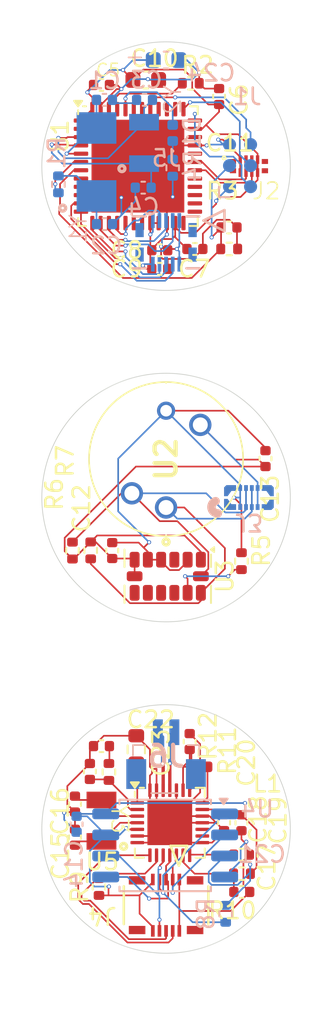
<source format=kicad_pcb>
(kicad_pcb (version 20241229) (generator "pcbnew") (generator_version "9.0")
  (layers (0 "F.Cu" signal) (2 "B.Cu" signal) (13 "F.Paste" user) (15 "B.Paste" user) (5 "F.SilkS" user "F.Silkscreen") (7 "B.SilkS" user "B.Silkscreen") (1 "F.Mask" user) (3 "B.Mask" user) (25 "Edge.Cuts" user))
  (net 0 "")
  (net 1 "Net-(U1-PF0)")
  (net 2 "GND")
  (net 3 "Net-(C2-Pad2)")
  (net 4 "Net-(U1-PC14)")
  (net 5 "Net-(U1-PC15)")
  (net 6 "+3.3V")
  (net 7 "/Processor/NRST")
  (net 8 "Net-(U5-XTAL_C2)")
  (net 9 "Net-(U5-XTAL_C1)")
  (net 10 "Net-(U5-RSTN)")
  (net 11 "Net-(U5-AVDD_1V)")
  (net 12 "Net-(U5-DVDD_1V8)")
  (net 13 "Net-(C22-Pad1)")
  (net 14 "Net-(U5-PLL_TUNE)")
  (net 15 "/Processor/LED_OUT")
  (net 16 "Net-(D1-K)")
  (net 17 "/Processor/SWO")
  (net 18 "/Processor/SWDIO")
  (net 19 "/Processor/SWCLK")
  (net 20 "Net-(U5-REG_OUT)")
  (net 21 "Net-(U1-PF1)")
  (net 22 "/Processor/BOOT0")
  (net 23 "Net-(U3-SDO{slash}ADDR)")
  (net 24 "Net-(U5-BIAS)")
  (net 43 "/MCU_I2C_SCL")
  (net 52 "/RF Transceiver/RFP")
  (net 55 "/RF Transceiver/RFN")
  (net 56 "/MCU_I2C_SDA")
  (net 57 "I2C_GND")
  (net 58 "I2C_VDD")
  (net 59 "/SEN_I2C_SDA")
  (net 60 "/SEN_I2C_SCL")
  (net 61 "/MCU_SPI_MOSI")
  (net 62 "/MCU_MEM_CS")
  (net 63 "/MCU_SPI_MISO")
  (net 64 "/MCU_RF_IRQ")
  (net 65 "/MCU_RF_CS")
  (net 66 "/MCU_SPI_SCK")
  (net 67 "SPI_GND")
  (net 68 "SPI_VDD")
  (net 69 "/SPI_MOSI")
  (net 70 "/MEM_CS")
  (net 71 "/SPI_MISO")
  (net 72 "/RF_IRQ")
  (net 73 "/RF_CS")
  (net 74 "/SPI_SCK")
  (footprint "Capacitor_SMD:C_0402_1005Metric" (layer "F.Cu") (at 104.55 114.625 -90)
    (property "Reference" "C19")
    (property "Value" "1u")
  )
  (footprint "Capacitor_SMD:C_0402_1005Metric" (layer "F.Cu") (at 103.5 114.62 -90)
    (property "Reference" "C18")
    (property "Value" "1u")
  )
  (footprint "Capacitor_SMD:C_0402_1005Metric" (layer "F.Cu") (at 106 92.65 90)
    (property "Reference" "C13")
    (property "Value" "100n")
  )
  (footprint "Resistor_SMD:R_0402_1005Metric" (layer "F.Cu") (at 104.58 117.7 180)
    (property "Reference" "R10")
    (property "Value" "390k")
  )
  (footprint "Capacitor_SMD:C_0402_1005Metric" (layer "F.Cu") (at 96.1 70.1)
    (property "Reference" "C5")
    (property "Value" "100n")
  )
  (footprint "Capacitor_SMD:C_0402_1005Metric" (layer "F.Cu") (at 99.62 81.2)
    (property "Reference" "C9")
    (property "Value" "1u")
  )
  (footprint "kjp_fplib:MLX90640" (layer "F.Cu") (at 100 95.6 90)
    (property "Reference" "U2")
    (property "Value" "MLX90640" (hide yes))
  )
  (footprint "Capacitor_SMD:C_0402_1005Metric" (layer "F.Cu") (at 101.425 109.725 90)
    (property "Reference" "C20")
    (property "Value" "1u")
  )
  (footprint "Resistor_SMD:R_0402_1005Metric" (layer "F.Cu") (at 104.55 98.84 -90)
    (property "Reference" "R5")
    (property "Value" "10k")
  )
  (footprint "Capacitor_SMD:C_0402_1005Metric" (layer "F.Cu") (at 104.57 118.8)
    (property "Reference" "C17")
    (property "Value" "100n")
  )
  (footprint "Capacitor_SMD:C_0402_1005Metric" (layer "F.Cu") (at 95.4 111.53 90)
    (property "Reference" "C23")
    (property "Value" "68p")
  )
  (footprint "kjp_fplib:CON_513389873" (layer "F.Cu") (at 100 119.6 180)
    (property "Reference" "J4")
    (property "Value" "513389873")
  )
  (footprint "Capacitor_SMD:C_0402_1005Metric" (layer "F.Cu") (at 96.75 98.2 90)
    (property "Reference" "C12")
    (property "Value" "100n")
  )
  (footprint "Capacitor_SMD:C_0603_1608Metric" (layer "F.Cu") (at 98.775 69.8)
    (property "Reference" "C10")
    (property "Value" "10u")
  )
  (footprint "Capacitor_SMD:C_0402_1005Metric" (layer "F.Cu") (at 96.1 110 180)
    (property "Reference" "C22")
    (property "Value" "680p")
  )
  (footprint "Package_DFN_QFN:QFN-28-1EP_4x4mm_P0.4mm_EP2.7x2.7mm" (layer "F.Cu") (at 100.225 114.625)
    (property "Reference" "U5")
    (property "Value" "SR1010")
  )
  (footprint "Capacitor_SMD:C_0402_1005Metric" (layer "F.Cu") (at 99.62 80.075)
    (property "Reference" "C8")
    (property "Value" "100n")
  )
  (footprint "Capacitor_SMD:C_0402_1005Metric" (layer "F.Cu") (at 104.55 116.55)
    (property "Reference" "C21")
    (property "Value" "100n")
  )
  (footprint "Capacitor_SMD:C_0402_1005Metric" (layer "F.Cu") (at 103.8 78.7)
    (property "Reference" "C11")
    (property "Value" "100n")
  )
  (footprint "Capacitor_SMD:C_0402_1005Metric" (layer "F.Cu") (at 94.5 115.5 90)
    (property "Reference" "C15")
    (property "Value" "10p")
  )
  (footprint "Resistor_SMD:R_0603_1608Metric" (layer "F.Cu") (at 98.2 110.2 90)
    (property "Reference" "R11")
    (property "Value" "2M2")
  )
  (footprint "Resistor_SMD:R_0402_1005Metric" (layer "F.Cu") (at 95.45 98.19 -90)
    (property "Reference" "R7")
    (property "Value" "10k")
  )
  (footprint "Capacitor_SMD:C_0402_1005Metric" (layer "F.Cu") (at 103.2 70.8 90)
    (property "Reference" "C6")
    (property "Value" "100n")
  )
  (footprint "Capacitor_SMD:C_0402_1005Metric" (layer "F.Cu") (at 101.74 80)
    (property "Reference" "C7")
    (property "Value" "100n")
  )
  (footprint "Resistor_SMD:R_0402_1005Metric" (layer "F.Cu") (at 94.35 98.2 90)
    (property "Reference" "R6")
    (property "Value" "10k")
  )
  (footprint "Resistor_SMD:R_0402_1005Metric" (layer "F.Cu") (at 95.95 118.5 90)
    (property "Reference" "R9")
    (property "Value" "10k")
  )
  (footprint "Resistor_SMD:R_0402_1005Metric" (layer "F.Cu") (at 103.81 80)
    (property "Reference" "R3")
    (property "Value" "0R")
  )
  (footprint "kjp_fplib:AXF6K0412A" (layer "F.Cu") (at 105 75)
    (property "Reference" "J2")
    (property "Value" "AXF6K0412A")
  )
  (footprint "Resistor_SMD:R_0402_1005Metric" (layer "F.Cu") (at 96.55 111.56 90)
    (property "Reference" "R12")
    (property "Value" "390k")
  )
  (footprint "Package_DFN_QFN:QFN-48-1EP_7x7mm_P0.5mm_EP5.6x5.6mm" (layer "F.Cu") (at 98.3 75)
    (property "Reference" "U1")
    (property "Value" "STM32G473CCUx")
  )
  (footprint "Capacitor_SMD:C_0402_1005Metric" (layer "F.Cu") (at 94.5 113.5 -90)
    (property "Reference" "C16")
    (property "Value" "10p")
  )
  (footprint "kjp_fplib:ABS07-120-32.768KHZ-T" (layer "F.Cu") (at 96.1 114.5 -90)
    (property "Reference" "Y3")
    (property "Value" "ABS07")
  )
  (footprint "Package_LGA:LGA-14_3x5mm_P0.8mm_LayoutBorder1x6y" (layer "F.Cu") (at 100.1 99.75 -90)
    (property "Reference" "U3")
    (property "Value" "ADXL343")
  )
  (footprint "Resistor_SMD:R_0402_1005Metric" (layer "F.Cu") (at 101.49 70)
    (property "Reference" "R2")
    (property "Value" "10k")
  )
  (footprint "Inductor_SMD:L_0402_1005Metric" (layer "F.Cu") (at 102.015 111.25)
    (property "Reference" "L1")
    (property "Value" "180n")
  )
  (footprint "kjp_fplib:ABM3-48.000MHZ-B2-T" (layer "B.Cu") (at 95.8 74.75 -90)
    (property "Reference" "Y1")
    (property "Value" "ABM3")
  )
  (footprint "kjp_fplib:CON_559099872" (layer "B.Cu") (at 100 79.6 180)
    (property "Reference" "J5")
    (property "Value" "559099872")
  )
  (footprint "Connector:Tag-Connect_TC2030-IDC-NL_2x03_P1.27mm_Vertical" (layer "B.Cu") (at 104.465 74.97 90)
    (property "Reference" "J1")
    (property "Value" "TC2030-NL")
  )
  (footprint "kjp_fplib:BM02BSRSSTBLFSN" (layer "B.Cu") (at 100 111 180)
    (property "Reference" "J6")
    (property "Value" "Conn_01x02_Pin" (hide yes))
  )
  (footprint "Resistor_SMD:R_0402_1005Metric" (layer "B.Cu") (at 100.4 75.1 -90)
    (property "Reference" "R4")
    (property "Value" "390R")
  )
  (footprint "Capacitor_SMD:C_0402_1005Metric" (layer "B.Cu") (at 96.28 78.5 180)
    (property "Reference" "C2")
    (property "Value" "16p")
  )
  (footprint "Resistor_SMD:R_0402_1005Metric" (layer "B.Cu") (at 103.5975 120.12 -90)
    (property "Reference" "R8")
    (property "Value" "10k")
  )
  (footprint "Capacitor_SMD:C_0603_1608Metric" (layer "B.Cu") (at 100 68.6)
    (property "Reference" "C24")
    (property "Value" "10u")
  )
  (footprint "Capacitor_SMD:C_0402_1005Metric" (layer "B.Cu") (at 98.62 76.3)
    (property "Reference" "C4")
    (property "Value" "2p")
  )
  (footprint "LED_SMD:LED_0402_1005Metric" (layer "B.Cu") (at 100.4 73 90)
    (property "Reference" "D1")
    (property "Value" "LED")
  )
  (footprint "Resistor_SMD:R_0402_1005Metric" (layer "B.Cu") (at 93.5 76.1 -90)
    (property "Reference" "R1")
    (property "Value" "390R")
  )
  (footprint "Capacitor_SMD:C_0402_1005Metric" (layer "B.Cu") (at 94.5975 114.715 -90)
    (property "Reference" "C14")
    (property "Value" "100n")
  )
  (footprint "Package_SO:SOIC-8_5.3x5.3mm_P1.27mm" (layer "B.Cu") (at 99.9475 115.995 180)
    (property "Reference" "U4")
    (property "Value" "W25Q16JVSS")
  )
  (footprint "kjp_fplib:AXF5K0412A" (layer "B.Cu") (at 105 95)
    (property "Reference" "J3")
    (property "Value" "AXF5K0412A")
  )
  (footprint "Capacitor_SMD:C_0402_1005Metric" (layer "B.Cu") (at 96.28 71 180)
    (property "Reference" "C1")
    (property "Value" "16p")
  )
  (footprint "Capacitor_SMD:C_0402_1005Metric" (layer "B.Cu") (at 98.7 71)
    (property "Reference" "C3")
    (property "Value" "2p")
  )
  (footprint "kjp_fplib:ABS07-120-32.768KHZ-T" (layer "B.Cu") (at 98.671772 73.6 -90)
    (property "Reference" "Y2")
    (property "Value" "ABS07")
  )
  (gr_circle (center 100 115) (end 107.5 115) (stroke (width 0.05)) (fill no) (layer "Edge.Cuts"))
  (gr_circle (center 100 95) (end 107.5 95) (stroke (width 0.05)) (fill no) (layer "Edge.Cuts"))
  (gr_circle (center 100 75) (end 107.5 75) (stroke (width 0.05)) (fill no) (layer "Edge.Cuts"))
  (gr_text "+" (at 98.8 68.95 0) (layer "B.SilkS") (effects (font (size 1 1) (thickness 0.1)) (justify left bottom mirror)))
  (segment (start 94.8625 74.25) (end 94 74.25) (width 0.1) (layer "F.Cu") (net 1))
  (via (at 94 74.25) (size 0.25) (drill 0.15) (layers "F.Cu" "B.Cu") (net 1))
  (segment (start 94 74.25) (end 95.55 72.7) (width 0.1) (layer "B.Cu") (net 1))
  (segment (start 95.55 72.7) (end 95.8 72.7) (width 0.1) (layer "B.Cu") (net 1))
  (segment (start 95.8 72.7) (end 95.8 71) (width 0.1) (layer "B.Cu") (net 1))
  (segment (start 104.28 78.7) (end 104.28 79.4) (width 0.1) (layer "F.Cu") (net 2))
  (segment (start 100.175 80) (end 100.65 80) (width 0.1) (layer "F.Cu") (net 2))
  (segment (start 99.85 80) (end 100.025 80) (width 0.1) (layer "F.Cu") (net 2))
  (segment (start 99.7 79.85) (end 99.75 79.9) (width 0.1) (layer "F.Cu") (net 2))
  (segment (start 96.05 72.75) (end 98.3 75) (width 0.1) (layer "F.Cu") (net 2))
  (segment (start 96.05 71.5625) (end 96.05 72.75) (width 0.1) (layer "F.Cu") (net 2))
  (segment (start 103.055584 78.239) (end 103.819 78.239) (width 0.1) (layer "F.Cu") (net 2))
  (segment (start 102.32 70.32) (end 102 70) (width 0.1) (layer "F.Cu") (net 2))
  (segment (start 99.55 73.75) (end 98.3 75) (width 0.1) (layer "F.Cu") (net 2))
  (segment (start 99.7 79.85) (end 99.85 80) (width 0.1) (layer "F.Cu") (net 2))
  (segment (start 97.05 70.1) (end 97.3 70.35) (width 0.1) (layer "F.Cu") (net 2))
  (segment (start 104.28 79.4) (end 104.28 79.96) (width 0.1) (layer "F.Cu") (net 2))
  (segment (start 103.425 73.4) (end 104.475 74.45) (width 0.1) (layer "F.Cu") (net 2))
  (segment (start 103.2 70.32) (end 102.32 70.32) (width 0.1) (layer "F.Cu") (net 2))
  (segment (start 102 70) (end 102 69.35) (width 0.1) (layer "F.Cu") (net 2))
  (segment (start 100.05 76.75) (end 98.3 75) (width 0.1) (layer "F.Cu") (net 2))
  (segment (start 100.1 80.6) (end 101.62 80.6) (width 0.1) (layer "F.Cu") (net 2))
  (segment (start 99.55 69.8) (end 98.95 69.8) (width 0.1) (layer "F.Cu") (net 2))
  (segment (start 100.05 78.4375) (end 100.05 76.75) (width 0.1) (layer "F.Cu") (net 2))
  (segment (start 99.7 79.85) (end 99.7 80.5) (width 0.1) (layer "F.Cu") (net 2))
  (segment (start 100.025 80) (end 100.1 80.075) (width 0.1) (layer "F.Cu") (net 2))
  (segment (start 103.819 78.239) (end 104.28 78.7) (width 0.1) (layer "F.Cu") (net 2))
  (segment (start 104.475 74.45) (end 104.475 74.61) (width 0.1) (layer "F.Cu") (net 2))
  (segment (start 102.45 73.75) (end 101.7375 73.75) (width 0.1) (layer "F.Cu") (net 2))
  (segment (start 104.475 75.39) (end 104.475 74.61) (width 0.1) (layer "F.Cu") (net 2))
  (segment (start 101.62 80.6) (end 102.22 80) (width 0.1) (layer "F.Cu") (net 2))
  (segment (start 97.021334 70.35) (end 96.05 71.321334) (width 0.1) (layer "F.Cu") (net 2))
  (segment (start 100.1 80.075) (end 100.175 80) (width 0.1) (layer "F.Cu") (net 2))
  (segment (start 98.95 69.8) (end 98.9 69.75) (width 0.1) (layer "F.Cu") (net 2))
  (segment (start 99.7 80.5) (end 99.8 80.6) (width 0.1) (layer "F.Cu") (net 2))
  (segment (start 102.22 80) (end 102.22 79.074584) (width 0.1) (layer "F.Cu") (net 2))
  (segment (start 101.7375 73.75) (end 99.55 73.75) (width 0.1) (layer "F.Cu") (net 2))
  (segment (start 100.05 79.125) (end 100.05 78.4375) (width 0.1) (layer "F.Cu") (net 2))
  (segment (start 102.22 79.074584) (end 103.055584 78.239) (width 0.1) (layer "F.Cu") (net 2))
  (segment (start 97.3 70.35) (end 97.021334 70.35) (width 0.1) (layer "F.Cu") (net 2))
  (segment (start 96.05 71.321334) (end 96.05 71.5625) (width 0.1) (layer "F.Cu") (net 2))
  (segment (start 100.1 81.2) (end 100.1 80.6) (width 0.1) (layer "F.Cu") (net 2))
  (segment (start 96.58 70.1) (end 97.05 70.1) (width 0.1) (layer "F.Cu") (net 2))
  (segment (start 99.8 80.6) (end 100.1 80.6) (width 0.1) (layer "F.Cu") (net 2))
  (segment (start 103.15 73.4) (end 103.425 73.4) (width 0.1) (layer "F.Cu") (net 2))
  (segment (start 104.28 79.96) (end 104.32 80) (width 0.1) (layer "F.Cu") (net 2))
  (via (at 100.4 76.85) (size 0.25) (drill 0.15) (layers "F.Cu" "B.Cu") (net 2))
  (via (at 99.7 79.85) (size 0.25) (drill 0.15) (layers "F.Cu" "B.Cu") (net 2))
  (via (at 100.65 80) (size 0.25) (drill 0.15) (layers "F.Cu" "B.Cu") (net 2))
  (via (at 97.3 70.35) (size 0.25) (drill 0.15) (layers "F.Cu" "B.Cu") (net 2))
  (via (at 103.15 73.4) (size 0.25) (drill 0.15) (layers "F.Cu" "B.Cu") (net 2))
  (via (at 100.05 79.125) (size 0.25) (drill 0.15) (layers "F.Cu" "B.Cu") (net 2))
  (via (at 102 69.35) (size 0.25) (drill 0.15) (layers "F.Cu" "B.Cu") (net 2))
  (via (at 98.9 69.75) (size 0.25) (drill 0.15) (layers "F.Cu" "B.Cu") (net 2))
  (via (at 102.45 73.75) (size 0.25) (drill 0.15) (layers "F.Cu" "B.Cu") (net 2))
  (via (at 97.3 76.9) (size 0.25) (drill 0.15) (layers "F.Cu" "B.Cu") (net 2))
  (segment (start 100.05 79.125) (end 99.75 79.425) (width 0.1) (layer "B.Cu") (net 2))
  (segment (start 102.45 73.75) (end 102.5 73.7) (width 0.1) (layer "B.Cu") (net 2))
  (segment (start 101.25 68.6) (end 102 69.35) (width 0.1) (layer "B.Cu") (net 2))
  (segment (start 100.800001 80.150001) (end 100.65 80) (width 0.1) (layer "B.Cu") (net 2))
  (segment (start 103.83 73.7) (end 103.45 73.7) (width 0.1) (layer "B.Cu") (net 2))
  (segment (start 98.14 76.3) (end 98.14 77.12) (width 0.1) (layer "B.Cu") (net 2))
  (segment (start 96.96 71.2) (end 96.76 71) (width 0.1) (layer "B.Cu") (net 2))
  (segment (start 97.3 77.96) (end 97.3 76.9) (width 0.1) (layer "B.Cu") (net 2))
  (segment (start 102 69.35) (end 101.575 69.775) (width 0.1) (layer "B.Cu") (net 2))
  (segment (start 99.75 79.8) (end 99.7 79.85) (width 0.1) (layer "B.Cu") (net 2))
  (segment (start 98.925 69.775) (end 98.9 69.75) (width 0.1) (layer "B.Cu") (net 2))
  (segment (start 96.76 78.5) (end 97.3 77.96) (width 0.1) (layer "B.Cu") (net 2))
  (segment (start 98.22 71) (end 98.02 71.2) (width 0.1) (layer "B.Cu") (net 2))
  (segment (start 98.02 71.2) (end 96.96 71.2) (width 0.1) (layer "B.Cu") (net 2))
  (segment (start 100.775 68.6) (end 101.25 68.6) (width 0.1) (layer "B.Cu") (net 2))
  (segment (start 101.575 69.775) (end 98.925 69.775) (width 0.1) (layer "B.Cu") (net 2))
  (segment (start 99.75 79.425) (end 99.75 79.8) (width 0.1) (layer "B.Cu") (net 2))
  (segment (start 97.9 69.75) (end 98.9 69.75) (width 0.1) (layer "B.Cu") (net 2))
  (segment (start 103.45 73.7) (end 103.15 73.4) (width 0.1) (layer "B.Cu") (net 2))
  (segment (start 98.14 77.12) (end 96.76 78.5) (width 0.1) (layer "B.Cu") (net 2))
  (segment (start 102.5 73.7) (end 103.83 73.7) (width 0.1) (layer "B.Cu") (net 2))
  (segment (start 100.4 76.85) (end 100.4 75.61) (width 0.1) (layer "B.Cu") (net 2))
  (segment (start 100.800001 78.285001) (end 100.800001 79.849999) (width 0.1) (layer "B.Cu") (net 2))
  (segment (start 97.3 70.35) (end 97.9 69.75) (width 0.1) (layer "B.Cu") (net 2))
  (segment (start 96.76 70.89) (end 97.3 70.35) (width 0.1) (layer "B.Cu") (net 2))
  (segment (start 100.800001 79.849999) (end 100.65 80) (width 0.1) (layer "B.Cu") (net 2))
  (segment (start 96.76 71) (end 96.76 70.89) (width 0.1) (layer "B.Cu") (net 2))
  (segment (start 100.800001 80.914999) (end 100.800001 80.150001) (width 0.1) (layer "B.Cu") (net 2))
  (segment (start 94.59 75.59) (end 95.8 76.8) (width 0.1) (layer "B.Cu") (net 3))
  (segment (start 93.5 75.59) (end 94.59 75.59) (width 0.1) (layer "B.Cu") (net 3))
  (segment (start 95.8 76.8) (end 95.8 78.5) (width 0.1) (layer "B.Cu") (net 3))
  (segment (start 94.05 73.25) (end 94.8625 73.25) (width 0.1) (layer "F.Cu") (net 4))
  (segment (start 94 73.3) (end 94.05 73.25) (width 0.1) (layer "F.Cu") (net 4))
  (segment (start 93.5 73.3) (end 94 73.3) (width 0.1) (layer "F.Cu") (net 4))
  (via (at 93.5 73.3) (size 0.25) (drill 0.15) (layers "F.Cu" "B.Cu") (net 4))
  (segment (start 93.885677 74.526) (end 96.495772 74.526) (width 0.1) (layer "B.Cu") (net 4))
  (segment (start 98.671772 72.35) (end 98.671772 71.508228) (width 0.1) (layer "B.Cu") (net 4))
  (segment (start 93.5 73.3) (end 93.5 74.140323) (width 0.1) (layer "B.Cu") (net 4))
  (segment (start 93.5 74.140323) (end 93.885677 74.526) (width 0.1) (layer "B.Cu") (net 4))
  (segment (start 96.495772 74.526) (end 98.671772 72.35) (width 0.1) (layer "B.Cu") (net 4))
  (segment (start 98.671772 71.508228) (end 99.18 71) (width 0.1) (layer "B.Cu") (net 4))
  (segment (start 93.1 73.7) (end 94 73.7) (width 0.1) (layer "F.Cu") (net 5))
  (segment (start 94 73.7) (end 94.05 73.75) (width 0.1) (layer "F.Cu") (net 5))
  (segment (start 94.05 73.75) (end 94.8625 73.75) (width 0.1) (layer "F.Cu") (net 5))
  (via (at 93.1 73.7) (size 0.25) (drill 0.15) (layers "F.Cu" "B.Cu") (net 5))
  (segment (start 93.1 74.2) (end 93.75 74.85) (width 0.1) (layer "B.Cu") (net 5))
  (segment (start 99.1 75.278228) (end 98.671772 74.85) (width 0.1) (layer "B.Cu") (net 5))
  (segment (start 93.1 73.7) (end 93.1 74.2) (width 0.1) (layer "B.Cu") (net 5))
  (segment (start 99.1 76.3) (end 99.1 75.278228) (width 0.1) (layer "B.Cu") (net 5))
  (segment (start 93.75 74.85) (end 98.671772 74.85) (width 0.1) (layer "B.Cu") (net 5))
  (segment (start 105.525 75.834256) (end 104.495556 76.8637) (width 0.1) (layer "F.Cu") (net 6))
  (segment (start 99.25 79.89) (end 99.14 80) (width 0.1) (layer "F.Cu") (net 6))
  (segment (start 103.025 77.1) (end 103.025 77.275) (width 0.1) (layer "F.Cu") (net 6))
  (segment (start 105.525 74.25) (end 104.3513 73.0763) (width 0.1) (layer "F.Cu") (net 6))
  (segment (start 104.3513 73.0763) (end 102.9763 73.0763) (width 0.1) (layer "F.Cu") (net 6))
  (segment (start 101.579 69.692792) (end 101.579 70.307208) (width 0.1) (layer "F.Cu") (net 6))
  (segment (start 98.626 69.174) (end 101.060208 69.174) (width 0.1) (layer "F.Cu") (net 6))
  (segment (start 98.8 81.2) (end 98.6 81) (width 0.1) (layer "F.Cu") (net 6))
  (segment (start 103.2 71.724999) (end 103.2 71.28) (width 0.1) (layer "F.Cu") (net 6))
  (segment (start 100.55 79.2) (end 100.35 79.4) (width 0.1) (layer "F.Cu") (net 6))
  (segment (start 105.525 74.61) (end 105.525 74.25) (width 0.1) (layer "F.Cu") (net 6))
  (segment (start 99.175 79.965) (end 99.14 80) (width 0.1) (layer "F.Cu") (net 6))
  (segment (start 95.55 70.85) (end 95.25 70.55) (width 0.1) (layer "F.Cu") (net 6))
  (segment (start 103.025 77.275) (end 102.75 77.55) (width 0.1) (layer "F.Cu") (net 6))
  (segment (start 94.8625 72.25) (end 95.55 71.5625) (width 0.1) (layer "F.Cu") (net 6))
  (segment (start 102.551792 71.28) (end 103.2 71.28) (width 0.1) (layer "F.Cu") (net 6))
  (segment (start 102.412499 72.512499) (end 103.2 71.724999) (width 0.1) (layer "F.Cu") (net 6))
  (segment (start 105.525 75.39) (end 105.525 75.834256) (width 0.1) (layer "F.Cu") (net 6))
  (segment (start 101.774 79.026) (end 100.897334 79.026) (width 0.1) (layer "F.Cu") (net 6))
  (segment (start 102.75 77.55) (end 102.75 78.05) (width 0.1) (layer "F.Cu") (net 6))
  (segment (start 100.897334 79.026) (end 100.55 78.678666) (width 0.1) (layer "F.Cu") (net 6))
  (segment (start 99.185 79.965) (end 99.175 79.965) (width 0.1) (layer "F.Cu") (net 6))
  (segment (start 100.55 79.29) (end 101.26 80) (width 0.1) (layer "F.Cu") (net 6))
  (segment (start 99.05 78.4375) (end 99.05 79.125) (width 0.1) (layer "F.Cu") (net 6))
  (segment (start 101.7375 72.75) (end 102.174999 72.75) (width 0.1) (layer "F.Cu") (net 6))
  (segment (start 99.05 79.125) (end 99.05 81.11) (width 0.1) (layer "F.Cu") (net 6))
  (segment (start 95.55 71.5625) (end 95.55 70.85) (width 0.1) (layer "F.Cu") (net 6))
  (segment (start 99.55 78.4375) (end 99.05 78.4375) (width 0.1) (layer "F.Cu") (net 6))
  (segment (start 99.05 81.11) (end 99.14 81.2) (width 0.1) (layer "F.Cu") (net 6))
  (segment (start 95.25 70.47) (end 95.25 70.55) (width 0.1) (layer "F.Cu") (net 6))
  (segment (start 102.174999 72.75) (end 102.412499 72.512499) (width 0.1) (layer "F.Cu") (net 6))
  (segment (start 103.025 77.1) (end 103 77.1) (width 0.1) (layer "F.Cu") (net 6))
  (segment (start 99.14 81.2) (end 98.8 81.2) (width 0.1) (layer "F.Cu") (net 6))
  (segment (start 101.579 70.307208) (end 102.551792 71.28) (width 0.1) (layer "F.Cu") (net 6))
  (segment (start 99.75 79.4) (end 99.185 79.965) (width 0.1) (layer "F.Cu") (net 6))
  (segment (start 100.55 78.4375) (end 100.55 79.2) (width 0.1) (layer "F.Cu") (net 6))
  (segment (start 102.75 78.05) (end 101.774 79.026) (width 0.1) (layer "F.Cu") (net 6))
  (segment (start 102.9763 73.0763) (end 102.412499 72.512499) (width 0.1) (layer "F.Cu") (net 6))
  (segment (start 98 69.8) (end 98.626 69.174) (width 0.1) (layer "F.Cu") (net 6))
  (segment (start 101.060208 69.174) (end 101.579 69.692792) (width 0.1) (layer "F.Cu") (net 6))
  (segment (start 100.35 79.4) (end 99.75 79.4) (width 0.1) (layer "F.Cu") (net 6))
  (segment (start 105.525 74.61) (end 105.525 75.39) (width 0.1) (layer "F.Cu") (net 6))
  (segment (start 100.55 79.2) (end 100.55 79.29) (width 0.1) (layer "F.Cu") (net 6))
  (segment (start 95.62 70.1) (end 95.25 70.47) (width 0.1) (layer "F.Cu") (net 6))
  (segment (start 104.495556 76.8637) (end 103.2613 76.8637) (width 0.1) (layer "F.Cu") (net 6))
  (segment (start 103.2613 76.8637) (end 103.025 77.1) (width 0.1) (layer "F.Cu") (net 6))
  (segment (start 100.55 78.678666) (end 100.55 78.4375) (width 0.1) (layer "F.Cu") (net 6))
  (segment (start 98 69.8) (end 97.4 69.2) (width 0.1) (layer "F.Cu") (net 6))
  (segment (start 99.14 80) (end 99.14 80.075) (width 0.1) (layer "F.Cu") (net 6))
  (via (at 97.4 69.2) (size 0.25) (drill 0.15) (layers "F.Cu" "B.Cu") (net 6))
  (via (at 98.6 81) (size 0.25) (drill 0.15) (layers "F.Cu" "B.Cu") (net 6))
  (via (at 95.25 70.55) (size 0.25) (drill 0.15) (layers "F.Cu" "B.Cu") (net 6))
  (via (at 103.025 77.1) (size 0.25) (drill 0.15) (layers "F.Cu" "B.Cu") (net 6))
  (via (at 99.05 79.125) (size 0.25) (drill 0.15) (layers "F.Cu" "B.Cu") (net 6))
  (segment (start 99.225 68.6) (end 98 68.6) (width 0.1) (layer "B.Cu") (net 6))
  (segment (start 99.199999 78.285001) (end 99.199999 78.975001) (width 0.1) (layer "B.Cu") (net 6))
  (segment (start 99.199999 78.975001) (end 99.05 79.125) (width 0.1) (layer "B.Cu") (net 6))
  (segment (start 99.199999 80.914999) (end 98.685001 80.914999) (width 0.1) (layer "B.Cu") (net 6))
  (segment (start 95.25 70.55) (end 96.6 69.2) (width 0.1) (layer "B.Cu") (net 6))
  (segment (start 103.1 77.025) (end 103.1 76.97) (width 0.1) (layer "B.Cu") (net 6))
  (segment (start 98 68.6) (end 97.4 69.2) (width 0.1) (layer "B.Cu") (net 6))
  (segment (start 103.025 77.1) (end 103.1 77.025) (width 0.1) (layer "B.Cu") (net 6))
  (segment (start 96.6 69.2) (end 97.4 69.2) (width 0.1) (layer "B.Cu") (net 6))
  (segment (start 98.685001 80.914999) (end 98.6 81) (width 0.1) (layer "B.Cu") (net 6))
  (segment (start 103.1 76.97) (end 103.83 76.24) (width 0.1) (layer "B.Cu") (net 6))
  (segment (start 97.4 81.75) (end 101.55 81.75) (width 0.1) (layer "F.Cu") (net 7))
  (segment (start 93.6 76.075001) (end 94.425001 75.25) (width 0.1) (layer "F.Cu") (net 7))
  (segment (start 103.32 78.7) (end 103.32 79.98) (width 0.1) (layer "F.Cu") (net 7))
  (segment (start 103.32 79.98) (end 103.3 80) (width 0.1) (layer "F.Cu") (net 7))
  (segment (start 93.575 77.425) (end 93.6 77.4) (width 0.1) (layer "F.Cu") (net 7))
  (segment (start 93.55 77.45) (end 93.55 77.9) (width 0.1) (layer "F.Cu") (net 7))
  (segment (start 93.6 77.4) (end 93.6 76.075001) (width 0.1) (layer "F.Cu") (net 7))
  (segment (start 93.575 77.425) (end 93.55 77.45) (width 0.1) (layer "F.Cu") (net 7))
  (segment (start 93.55 77.9) (end 97.4 81.75) (width 0.1) (layer "F.Cu") (net 7))
  (segment (start 94.425001 75.25) (end 94.8625 75.25) (width 0.1) (layer "F.Cu") (net 7))
  (segment (start 103.32 78.73) (end 103.32 78.7) (width 0.1) (layer "F.Cu") (net 7))
  (segment (start 101.55 81.75) (end 103.3 80) (width 0.1) (layer "F.Cu") (net 7))
  (segment (start 102.75 79.3) (end 103.32 78.73) (width 0.1) (layer "F.Cu") (net 7))
  (via (at 102.75 79.3) (size 0.25) (drill 0.15) (layers "F.Cu" "B.Cu") (net 7))
  (segment (start 102.75 76.05) (end 103.83 74.97) (width 0.1) (layer "B.Cu") (net 7))
  (segment (start 102.75 79.3) (end 102.75 76.05) (width 0.1) (layer "B.Cu") (net 7))
  (segment (start 97.225 114.625) (end 96.1 115.75) (width 0.1) (layer "F.Cu") (net 8))
  (segment (start 94.73 115.75) (end 94.5 115.98) (width 0.1) (layer "F.Cu") (net 8))
  (segment (start 96.1 115.75) (end 94.73 115.75) (width 0.1) (layer "F.Cu") (net 8))
  (segment (start 98.2625 114.625) (end 97.225 114.625) (width 0.1) (layer "F.Cu") (net 8))
  (segment (start 97.075 114.225) (end 96.1 113.25) (width 0.1) (layer "F.Cu") (net 9))
  (segment (start 94.73 113.25) (end 94.5 113.02) (width 0.1) (layer "F.Cu") (net 9))
  (segment (start 96.1 113.25) (end 94.73 113.25) (width 0.1) (layer "F.Cu") (net 9))
  (segment (start 98.2625 114.225) (end 97.075 114.225) (width 0.1) (layer "F.Cu") (net 9))
  (segment (start 101.025 117) (end 101.725 117.7) (width 0.1) (layer "F.Cu") (net 10))
  (segment (start 104.07 117.77) (end 104.09 117.79) (width 0.1) (layer "F.Cu") (net 10))
  (segment (start 101.725 117.7) (end 104.07 117.7) (width 0.1) (layer "F.Cu") (net 10))
  (segment (start 104.07 117.7) (end 104.07 117.77) (width 0.1) (layer "F.Cu") (net 10))
  (segment (start 101.025 116.5875) (end 101.025 117) (width 0.1) (layer "F.Cu") (net 10))
  (segment (start 104.09 117.79) (end 104.09 118.8) (width 0.1) (layer "F.Cu") (net 10))
  (segment (start 101.53 111.25) (end 101.53 112.5575) (width 0.1) (layer "F.Cu") (net 11))
  (segment (start 101.53 110.31) (end 101.425 110.205) (width 0.1) (layer "F.Cu") (net 11))
  (segment (start 101.53 111.25) (end 101.025 111.25) (width 0.1) (layer "F.Cu") (net 11))
  (segment (start 101.025 111.25) (end 101.025 112.6625) (width 0.1) (layer "F.Cu") (net 11))
  (segment (start 101.425 110.85) (end 101.425 110.205) (width 0.1) (layer "F.Cu") (net 11))
  (segment (start 101.53 112.5575) (end 101.425 112.6625) (width 0.1) (layer "F.Cu") (net 11))
  (segment (start 101.025 111.25) (end 101.425 110.85) (width 0.1) (layer "F.Cu") (net 11))
  (segment (start 101.53 111.25) (end 101.53 110.31) (width 0.1) (layer "F.Cu") (net 11))
  (segment (start 101.4625 116.55) (end 101.425 116.5875) (width 0.1) (layer "F.Cu") (net 12))
  (segment (start 104.07 116.55) (end 101.4625 116.55) (width 0.1) (layer "F.Cu") (net 12))
  (segment (start 96.58 110) (end 96.58 111.02) (width 0.1) (layer "F.Cu") (net 13))
  (segment (start 96.58 111.02) (end 96.55 111.05) (width 0.1) (layer "F.Cu") (net 13))
  (segment (start 96.55 112.07) (end 97.699 113.219) (width 0.1) (layer "F.Cu") (net 14))
  (segment (start 96.49 112.01) (end 96.55 112.07) (width 0.1) (layer "F.Cu") (net 14))
  (segment (start 95.4 112.01) (end 96.49 112.01) (width 0.1) (layer "F.Cu") (net 14))
  (segment (start 97.699 113.674) (end 97.85 113.825) (width 0.1) (layer "F.Cu") (net 14))
  (segment (start 97.85 113.825) (end 98.2625 113.825) (width 0.1) (layer "F.Cu") (net 14))
  (segment (start 97.699 113.219) (end 97.699 113.674) (width 0.1) (layer "F.Cu") (net 14))
  (segment (start 97.55 71.5625) (end 97.55 70.925) (width 0.1) (layer "F.Cu") (net 15))
  (via (at 97.55 70.925) (size 0.25) (drill 0.15) (layers "F.Cu" "B.Cu") (net 15))
  (segment (start 99.444416 70.539) (end 100.4 71.494584) (width 0.1) (layer "B.Cu") (net 15))
  (segment (start 97.55 70.8) (end 97.811 70.539) (width 0.1) (layer "B.Cu") (net 15))
  (segment (start 100.4 71.494584) (end 100.4 72.515) (width 0.1) (layer "B.Cu") (net 15))
  (segment (start 97.811 70.539) (end 99.444416 70.539) (width 0.1) (layer "B.Cu") (net 15))
  (segment (start 97.55 70.925) (end 97.55 70.8) (width 0.1) (layer "B.Cu") (net 15))
  (segment (start 100.4 73.485) (end 100.4 74.59) (width 0.1) (layer "B.Cu") (net 16))
  (segment (start 99.05 71.125001) (end 99.325001 70.85) (width 0.1) (layer "F.Cu") (net 17))
  (segment (start 99.325001 70.85) (end 100.55 70.85) (width 0.1) (layer "F.Cu") (net 17))
  (segment (start 99.05 71.5625) (end 99.05 71.125001) (width 0.1) (layer "F.Cu") (net 17))
  (via (at 100.55 70.85) (size 0.25) (drill 0.15) (layers "F.Cu" "B.Cu") (net 17))
  (segment (start 103.5 70.85) (end 100.55 70.85) (width 0.1) (layer "B.Cu") (net 17))
  (segment (start 105.1 73.7) (end 105.1 72.963006) (width 0.1) (layer "B.Cu") (net 17))
  (segment (start 104.8347 72.697706) (end 104.8347 72.1847) (width 0.1) (layer "B.Cu") (net 17))
  (segment (start 104.8347 72.1847) (end 103.5 70.85) (width 0.1) (layer "B.Cu") (net 17))
  (segment (start 105.1 72.963006) (end 104.8347 72.697706) (width 0.1) (layer "B.Cu") (net 17))
  (segment (start 101.7375 72.25) (end 101.7375 71.85) (width 0.1) (layer "F.Cu") (net 18))
  (via (at 101.7375 71.85) (size 0.25) (drill 0.15) (layers "F.Cu" "B.Cu") (net 18))
  (segment (start 104.055623 74.4253) (end 104.5553 74.924977) (width 0.1) (layer "B.Cu") (net 18))
  (segment (start 104.5553 75.6953) (end 105.1 76.24) (width 0.1) (layer "B.Cu") (net 18))
  (segment (start 101.7375 71.85) (end 101.7375 73.5375) (width 0.1) (layer "B.Cu") (net 18))
  (segment (start 104.5553 74.924977) (end 104.5553 75.6953) (width 0.1) (layer "B.Cu") (net 18))
  (segment (start 101.7375 73.5375) (end 102.6253 74.4253) (width 0.1) (layer "B.Cu") (net 18))
  (segment (start 102.6253 74.4253) (end 104.055623 74.4253) (width 0.1) (layer "B.Cu") (net 18))
  (segment (start 101.05 71.5625) (end 101.05 71.55) (width 0.1) (layer "F.Cu") (net 19))
  (segment (start 101.05 71.55) (end 101.45 71.15) (width 0.1) (layer "F.Cu") (net 19))
  (via (at 101.45 71.15) (size 0.25) (drill 0.15) (layers "F.Cu" "B.Cu") (net 19))
  (segment (start 103.3 71.15) (end 101.45 71.15) (width 0.1) (layer "B.Cu") (net 19))
  (segment (start 105.1 74.97) (end 104.45 74.32) (width 0.1) (layer "B.Cu") (net 19))
  (segment (start 104.45 74.32) (end 104.45 72.3) (width 0.1) (layer "B.Cu") (net 19))
  (segment (start 104.45 72.3) (end 103.3 71.15) (width 0.1) (layer "B.Cu") (net 19))
  (segment (start 102.5 111.25) (end 102.5 113.1125) (width 0.1) (layer "F.Cu") (net 20))
  (segment (start 102.5 113.1125) (end 102.1875 113.425) (width 0.1) (layer "F.Cu") (net 20))
  (segment (start 93.3125 76.085) (end 93.3125 75.862501) (width 0.1) (layer "F.Cu") (net 21))
  (segment (start 93.3125 75.862501) (end 94.425001 74.75) (width 0.1) (layer "F.Cu") (net 21))
  (segment (start 94.425001 74.75) (end 94.8625 74.75) (width 0.1) (layer "F.Cu") (net 21))
  (via (at 93.3125 76.085) (size 0.25) (drill 0.15) (layers "F.Cu" "B.Cu") (net 21))
  (segment (start 93.3125 76.085) (end 93.3125 76.4225) (width 0.1) (layer "B.Cu") (net 21))
  (segment (start 93.3125 76.4225) (end 93.5 76.61) (width 0.1) (layer "B.Cu") (net 21))
  (segment (start 100.354 70.626) (end 100.98 70) (width 0.1) (layer "F.Cu") (net 22))
  (segment (start 96.55 71.261677) (end 97.185677 70.626) (width 0.1) (layer "F.Cu") (net 22))
  (segment (start 97.185677 70.626) (end 100.354 70.626) (width 0.1) (layer "F.Cu") (net 22))
  (segment (start 96.55 71.5625) (end 96.55 71.261677) (width 0.1) (layer "F.Cu") (net 22))
  (segment (start 101.3 100.75) (end 101.3 99.9) (width 0.1) (layer "F.Cu") (net 23))
  (segment (start 104.55 99.35) (end 104.15 99.35) (width 0.1) (layer "F.Cu") (net 23))
  (segment (start 101.3 99.9) (end 101.15 99.75) (width 0.1) (layer "F.Cu") (net 23))
  (segment (start 104.15 99.35) (end 103.75 99.75) (width 0.1) (layer "F.Cu") (net 23))
  (via (at 103.75 99.75) (size 0.25) (drill 0.15) (layers "F.Cu" "B.Cu") (net 23))
  (via (at 101.15 99.75) (size 0.25) (drill 0.15) (layers "F.Cu" "B.Cu") (net 23))
  (segment (start 103.75 99.75) (end 101.15 99.75) (width 0.1) (layer "B.Cu") (net 23))
  (segment (start 98.2625 111.0875) (end 98.2 111.025) (width 0.1) (layer "F.Cu") (net 24))
  (segment (start 98.2625 113.425) (end 98.2625 111.0875) (width 0.1) (layer "F.Cu") (net 24))
  (segment (start 104.775 75.8) (end 103.224999 75.8) (width 0.1) (layer "F.Cu") (net 43))
  (segment (start 102.174999 74.75) (end 101.7375 74.75) (width 0.1) (layer "F.Cu") (net 43))
  (segment (start 104.825 75.75) (end 104.775 75.8) (width 0.1) (layer "F.Cu") (net 43))
  (segment (start 104.825 75.39) (end 104.825 75.75) (width 0.1) (layer "F.Cu") (net 43))
  (segment (start 104.825 74.61) (end 104.825 75.39) (width 0.1) (layer "F.Cu") (net 43))
  (segment (start 103.224999 75.8) (end 102.174999 74.75) (width 0.1) (layer "F.Cu") (net 43))
  (segment (start 99.79 111.06) (end 99.825 111.095) (width 0.2) (layer "F.Cu") (net 52))
  (segment (start 99.825 111.095) (end 99.825 112.6625) (width 0.2) (layer "F.Cu") (net 52))
  (via (at 99.79 111.06) (size 0.25) (drill 0.15) (layers "F.Cu" "B.Cu") (net 52))
  (segment (start 99.79 109.453) (end 99.5 109.163) (width 0.2) (layer "B.Cu") (net 52))
  (segment (start 99.79 111.06) (end 99.79 109.453) (width 0.2) (layer "B.Cu") (net 52))
  (segment (start 100.225 111.045) (end 100.225 112.6625) (width 0.2) (layer "F.Cu") (net 55))
  (segment (start 100.23 111.04) (end 100.225 111.045) (width 0.2) (layer "F.Cu") (net 55))
  (via (at 100.23 111.04) (size 0.25) (drill 0.15) (layers "F.Cu" "B.Cu") (net 55))
  (segment (start 100.23 111.04) (end 100.23 109.433) (width 0.2) (layer "B.Cu") (net 55))
  (segment (start 100.23 109.433) (end 100.5 109.163) (width 0.2) (layer "B.Cu") (net 55))
  (segment (start 105.175 75.9) (end 105.175 75.39) (width 0.1) (layer "F.Cu") (net 56))
  (segment (start 103.141743 76.001) (end 105.074 76.001) (width 0.1) (layer "F.Cu") (net 56))
  (segment (start 101.7375 75.25) (end 102.390743 75.25) (width 0.1) (layer "F.Cu") (net 56))
  (segment (start 105.074 76.001) (end 105.175 75.9) (width 0.1) (layer "F.Cu") (net 56))
  (segment (start 102.390743 75.25) (end 103.141743 76.001) (width 0.1) (layer "F.Cu") (net 56))
  (segment (start 105.175 75.39) (end 105.175 74.61) (width 0.1) (layer "F.Cu") (net 56))
  (segment (start 106 92.17) (end 106 92) (width 0.1) (layer "F.Cu") (net 57))
  (segment (start 106 92) (end 103.76 89.76) (width 0.1) (layer "F.Cu") (net 57))
  (segment (start 100.778836 99.376) (end 100.221164 99.376) (width 0.1) (layer "F.Cu") (net 57))
  (segment (start 96.75 97.72) (end 98.344999 97.72) (width 0.1) (layer "F.Cu") (net 57))
  (segment (start 100.221164 99.376) (end 99.7 98.854836) (width 0.1) (layer "F.Cu") (net 57))
  (segment (start 98.9 98.275001) (end 98.9 98.75) (width 0.1) (layer "F.Cu") (net 57))
  (segment (start 98.649999 98.025001) (end 98.9 98.275001) (width 0.1) (layer "F.Cu") (net 57))
  (segment (start 104.55 98.33) (end 104.55 95.45) (width 0.1) (layer "F.Cu") (net 57))
  (segment (start 103.76 89.76) (end 100 89.76) (width 0.1) (layer "F.Cu") (net 57))
  (segment (start 98.344999 97.72) (end 98.649999 98.025001) (width 0.1) (layer "F.Cu") (net 57))
  (segment (start 101.3 98.75) (end 101.3 98.854836) (width 0.1) (layer "F.Cu") (net 57))
  (segment (start 101.3 98.854836) (end 100.778836 99.376) (width 0.1) (layer "F.Cu") (net 57))
  (segment (start 104.55 95.45) (end 104.1 95) (width 0.1) (layer "F.Cu") (net 57))
  (segment (start 98.975 97.7) (end 98.649999 98.025001) (width 0.1) (layer "F.Cu") (net 57))
  (segment (start 99.7 98.75) (end 98.9 98.75) (width 0.1) (layer "F.Cu") (net 57))
  (segment (start 99.7 98.854836) (end 99.7 98.75) (width 0.1) (layer "F.Cu") (net 57))
  (via (at 104.1 95) (size 0.25) (drill 0.15) (layers "F.Cu" "B.Cu") (net 57))
  (via (at 98.975 97.7) (size 0.25) (drill 0.15) (layers "F.Cu" "B.Cu") (net 57))
  (segment (start 104.475 95) (end 104.475 95.575) (width 0.1) (layer "B.Cu") (net 57))
  (segment (start 100 89.76) (end 104.475 94.235) (width 0.1) (layer "B.Cu") (net 57))
  (segment (start 97.109 95.834) (end 98.975 97.7) (width 0.1) (layer "B.Cu") (net 57))
  (segment (start 100 89.76) (end 97.109 92.651) (width 0.1) (layer "B.Cu") (net 57))
  (segment (start 104.475 94.235) (end 104.475 94.425) (width 0.1) (layer "B.Cu") (net 57))
  (segment (start 97.109 92.651) (end 97.109 95.834) (width 0.1) (layer "B.Cu") (net 57))
  (segment (start 104.475 94.425) (end 104.475 95) (width 0.1) (layer "B.Cu") (net 57))
  (segment (start 104.1 95) (end 104.475 95) (width 0.1) (layer "B.Cu") (net 57))
  (segment (start 98.181792 93.13) (end 93.879 97.432792) (width 0.1) (layer "F.Cu") (net 58))
  (segment (start 94.35 98.71) (end 94.42 98.71) (width 0.1) (layer "F.Cu") (net 58))
  (segment (start 95.841 97.289) (end 95.45 97.68) (width 0.1) (layer "F.Cu") (net 58))
  (segment (start 96.75 98.68) (end 98.03 98.68) (width 0.1) (layer "F.Cu") (net 58))
  (segment (start 102.1 98.275001) (end 101.113999 97.289) (width 0.1) (layer "F.Cu") (net 58))
  (segment (start 98.1 98.75) (end 98.1 99.75) (width 0.1) (layer "F.Cu") (net 58))
  (segment (start 104.16 92.71) (end 102.065 90.615) (width 0.1) (layer "F.Cu") (net 58))
  (segment (start 93.879 98.239) (end 94.35 98.71) (width 0.1) (layer "F.Cu") (net 58))
  (segment (start 102.1 98.75) (end 102.1 98.275001) (width 0.1) (layer "F.Cu") (net 58))
  (segment (start 95.75 97.68) (end 96.75 98.68) (width 0.1) (layer "F.Cu") (net 58))
  (segment (start 101.113999 97.289) (end 95.841 97.289) (width 0.1) (layer "F.Cu") (net 58))
  (segment (start 94.42 98.71) (end 95.45 97.68) (width 0.1) (layer "F.Cu") (net 58))
  (segment (start 105.58 92.71) (end 104.16 92.71) (width 0.1) (layer "F.Cu") (net 58))
  (segment (start 106 93.13) (end 105.58 92.71) (width 0.1) (layer "F.Cu") (net 58))
  (segment (start 98.03 98.68) (end 98.1 98.75) (width 0.1) (layer "F.Cu") (net 58))
  (segment (start 95.45 97.68) (end 95.75 97.68) (width 0.1) (layer "F.Cu") (net 58))
  (segment (start 106 93.13) (end 98.181792 93.13) (width 0.1) (layer "F.Cu") (net 58))
  (segment (start 93.879 97.432792) (end 93.879 98.239) (width 0.1) (layer "F.Cu") (net 58))
  (segment (start 105.525 94.425) (end 105.525 95.575) (width 0.1) (layer "B.Cu") (net 58))
  (segment (start 105.525 94.075) (end 105.525 94.425) (width 0.1) (layer "B.Cu") (net 58))
  (segment (start 102.065 90.615) (end 105.525 94.075) (width 0.1) (layer "B.Cu") (net 58))
  (segment (start 101.1 95.6) (end 100 95.6) (width 0.1) (layer "F.Cu") (net 59))
  (segment (start 95.45 98.7) (end 95.45 99.004836) (width 0.1) (layer "F.Cu") (net 59))
  (segment (start 101.948999 101.376) (end 102.1 101.224999) (width 0.1) (layer "F.Cu") (net 59))
  (segment (start 103.55 98.05) (end 101.1 95.6) (width 0.1) (layer "F.Cu") (net 59))
  (segment (start 102.1 100.75) (end 103.55 99.3) (width 0.1) (layer "F.Cu") (net 59))
  (segment (start 103.55 99.3) (end 103.55 98.05) (width 0.1) (layer "F.Cu") (net 59))
  (segment (start 95.45 99.004836) (end 97.821164 101.376) (width 0.1) (layer "F.Cu") (net 59))
  (segment (start 102.1 101.224999) (end 102.1 100.75) (width 0.1) (layer "F.Cu") (net 59))
  (segment (start 97.821164 101.376) (end 101.948999 101.376) (width 0.1) (layer "F.Cu") (net 59))
  (segment (start 100.675 96.275) (end 104.750001 96.275) (width 0.1) (layer "B.Cu") (net 59))
  (segment (start 105.175001 94.425) (end 105.175001 95.575) (width 0.1) (layer "B.Cu") (net 59))
  (segment (start 105.175001 95.85) (end 105.175001 95.575) (width 0.1) (layer "B.Cu") (net 59))
  (segment (start 100 95.6) (end 100.675 96.275) (width 0.1) (layer "B.Cu") (net 59))
  (segment (start 104.750001 96.275) (end 105.175001 95.85) (width 0.1) (layer "B.Cu") (net 59))
  (segment (start 102.1 99.75) (end 102.551 99.299) (width 0.1) (layer "F.Cu") (net 60))
  (segment (start 100.680836 96.426) (end 99.616 96.426) (width 0.1) (layer "F.Cu") (net 60))
  (segment (start 94.35 97.69) (end 97.295 94.745) (width 0.1) (layer "F.Cu") (net 60))
  (segment (start 102.551 99.299) (end 102.551 98.296164) (width 0.1) (layer "F.Cu") (net 60))
  (segment (start 97.295 94.745) (end 97.935 94.745) (width 0.1) (layer "F.Cu") (net 60))
  (segment (start 99.616 96.426) (end 97.935 94.745) (width 0.1) (layer "F.Cu") (net 60))
  (segment (start 102.551 98.296164) (end 100.680836 96.426) (width 0.1) (layer "F.Cu") (net 60))
  (segment (start 104.824999 95.734002) (end 104.824999 95.575) (width 0.1) (layer "B.Cu") (net 60))
  (segment (start 104.658001 95.901) (end 104.824999 95.734002) (width 0.1) (layer "B.Cu") (net 60))
  (segment (start 97.935 94.745) (end 102.421451 94.745) (width 0.1) (layer "B.Cu") (net 60))
  (segment (start 102.421451 94.745) (end 103.577451 95.901) (width 0.1) (layer "B.Cu") (net 60))
  (segment (start 103.577451 95.901) (end 104.658001 95.901) (width 0.1) (layer "B.Cu") (net 60))
  (segment (start 104.824999 94.425) (end 104.824999 95.575) (width 0.1) (layer "B.Cu") (net 60))
  (segment (start 97.124448 79.449447) (end 97.544408 79.449447) (width 0.1) (layer "F.Cu") (net 61))
  (segment (start 96.55 78.4375) (end 96.55 78.874999) (width 0.1) (layer "F.Cu") (net 61))
  (segment (start 96.55 78.874999) (end 97.124448 79.449447) (width 0.1) (layer "F.Cu") (net 61))
  (via (at 97.544408 79.449447) (size 0.25) (drill 0.15) (layers "F.Cu" "B.Cu") (net 61))
  (segment (start 99.2625 79.525) (end 97.619961 79.525) (width 0.1) (layer "B.Cu") (net 61))
  (segment (start 97.619961 79.525) (end 97.544408 79.449447) (width 0.1) (layer "B.Cu") (net 61))
  (segment (start 100 78.7875) (end 99.9385 78.849) (width 0.1) (layer "B.Cu") (net 61))
  (segment (start 99.9385 78.849) (end 99.935677 78.849) (width 0.1) (layer "B.Cu") (net 61))
  (segment (start 99.935677 78.849) (end 99.774 79.010677) (width 0.1) (layer "B.Cu") (net 61))
  (segment (start 100 78.285001) (end 100 78.7875) (width 0.1) (layer "B.Cu") (net 61))
  (segment (start 99.774 79.010677) (end 99.774 79.0135) (width 0.1) (layer "B.Cu") (net 61))
  (segment (start 99.774 79.0135) (end 99.2625 79.525) (width 0.1) (layer "B.Cu") (net 61))
  (segment (start 97.564136 79.1) (end 97.275001 79.1) (width 0.1) (layer "F.Cu") (net 62))
  (segment (start 97.275001 79.1) (end 97.05 78.874999) (width 0.1) (layer "F.Cu") (net 62))
  (segment (start 97.05 78.874999) (end 97.05 78.4375) (width 0.1) (layer "F.Cu") (net 62))
  (via (at 97.564136 79.1) (size 0.25) (drill 0.15) (layers "F.Cu" "B.Cu") (net 62))
  (segment (start 98.938999 77.684001) (end 99.498001 77.684001) (width 0.1) (layer "B.Cu") (net 62))
  (segment (start 99.600001 77.786001) (end 99.600001 78.285001) (width 0.1) (layer "B.Cu") (net 62))
  (segment (start 98.339 78.284) (end 98.938999 77.684001) (width 0.1) (layer "B.Cu") (net 62))
  (segment (start 97.564136 78.785864) (end 98.066 78.284) (width 0.1) (layer "B.Cu") (net 62))
  (segment (start 99.498001 77.684001) (end 99.600001 77.786001) (width 0.1) (layer "B.Cu") (net 62))
  (segment (start 98.066 78.284) (end 98.339 78.284) (width 0.1) (layer "B.Cu") (net 62))
  (segment (start 97.564136 79.1) (end 97.564136 78.785864) (width 0.1) (layer "B.Cu") (net 62))
  (segment (start 96.05 78.874999) (end 96.975001 79.8) (width 0.1) (layer "F.Cu") (net 63))
  (segment (start 96.975001 79.8) (end 97.55 79.8) (width 0.1) (layer "F.Cu") (net 63))
  (segment (start 96.05 78.4375) (end 96.05 78.874999) (width 0.1) (layer "F.Cu") (net 63))
  (via (at 97.55 79.8) (size 0.25) (drill 0.15) (layers "F.Cu" "B.Cu") (net 63))
  (segment (start 100.399999 79.540324) (end 99.814323 80.126) (width 0.1) (layer "B.Cu") (net 63))
  (segment (start 97.624553 79.725447) (end 97.55 79.8) (width 0.1) (layer "B.Cu") (net 63))
  (segment (start 100.399999 78.285001) (end 100.399999 79.540324) (width 0.1) (layer "B.Cu") (net 63))
  (segment (start 99.326 80.126) (end 98.925447 79.725447) (width 0.1) (layer "B.Cu") (net 63))
  (segment (start 99.814323 80.126) (end 99.326 80.126) (width 0.1) (layer "B.Cu") (net 63))
  (segment (start 98.925447 79.725447) (end 97.624553 79.725447) (width 0.1) (layer "B.Cu") (net 63))
  (segment (start 94.425001 77.25) (end 94.274 77.401001) (width 0.1) (layer "F.Cu") (net 64))
  (segment (start 94.8625 77.25) (end 94.425001 77.25) (width 0.1) (layer "F.Cu") (net 64))
  (segment (start 94.274 78.186922) (end 97.006533 80.919455) (width 0.1) (layer "F.Cu") (net 64))
  (segment (start 97.006533 80.919455) (end 97.230545 80.919455) (width 0.1) (layer "F.Cu") (net 64))
  (segment (start 94.274 77.401001) (end 94.274 78.186922) (width 0.1) (layer "F.Cu") (net 64))
  (via (at 97.230545 80.919455) (size 0.25) (drill 0.15) (layers "F.Cu" "B.Cu") (net 64))
  (segment (start 100.399999 80.914999) (end 100.399999 81.464999) (width 0.1) (layer "B.Cu") (net 64))
  (segment (start 98.229089 81.917999) (end 97.230545 80.919455) (width 0.1) (layer "B.Cu") (net 64))
  (segment (start 99.946999 81.917999) (end 98.229089 81.917999) (width 0.1) (layer "B.Cu") (net 64))
  (segment (start 100.399999 81.464999) (end 99.946999 81.917999) (width 0.1) (layer "B.Cu") (net 64))
  (segment (start 94.8625 78.491166) (end 96.921334 80.55) (width 0.1) (layer "F.Cu") (net 65))
  (segment (start 96.921334 80.55) (end 97.25 80.55) (width 0.1) (layer "F.Cu") (net 65))
  (segment (start 94.8625 77.75) (end 94.8625 78.491166) (width 0.1) (layer "F.Cu") (net 65))
  (via (at 97.25 80.55) (size 0.25) (drill 0.15) (layers "F.Cu" "B.Cu") (net 65))
  (segment (start 97.25 80.55) (end 98.416999 81.716999) (width 0.1) (layer "B.Cu") (net 65))
  (segment (start 98.416999 81.716999) (end 99.632258 81.716999) (width 0.1) (layer "B.Cu") (net 65))
  (segment (start 99.632258 81.716999) (end 100 81.349257) (width 0.1) (layer "B.Cu") (net 65))
  (segment (start 100 81.349257) (end 100 80.914999) (width 0.1) (layer "B.Cu") (net 65))
  (segment (start 95.55 78.4375) (end 95.55 78.874999) (width 0.1) (layer "F.Cu") (net 66))
  (segment (start 95.55 78.874999) (end 96.825004 80.150003) (width 0.1) (layer "F.Cu") (net 66))
  (segment (start 96.825004 80.150003) (end 97.55 80.150003) (width 0.1) (layer "F.Cu") (net 66))
  (via (at 97.55 80.150003) (size 0.25) (drill 0.15) (layers "F.Cu" "B.Cu") (net 66))
  (segment (start 99.600001 80.914999) (end 99.600001 81.464999) (width 0.1) (layer "B.Cu") (net 66))
  (segment (start 97.55 80.465003) (end 97.55 80.150003) (width 0.1) (layer "B.Cu") (net 66))
  (segment (start 98.600996 81.515999) (end 97.55 80.465003) (width 0.1) (layer "B.Cu") (net 66))
  (segment (start 99.549001 81.515999) (end 98.600996 81.515999) (width 0.1) (layer "B.Cu") (net 66))
  (segment (start 99.600001 81.464999) (end 99.549001 81.515999) (width 0.1) (layer "B.Cu") (net 66))
  (segment (start 99.425 115.425) (end 100.225 114.625) (width 0.1) (layer "F.Cu") (net 67))
  (segment (start 94.039 113.519) (end 94.039 112.411) (width 0.1) (layer "F.Cu") (net 67))
  (segment (start 99.425 112.6625) (end 99.425 113.825) (width 0.1) (layer "F.Cu") (net 67))
  (segment (start 99.025 113.425) (end 100.225 114.625) (width 0.1) (layer "F.Cu") (net 67))
  (segment (start 102.775 115.825) (end 103.5 115.1) (width 0.1) (layer "F.Cu") (net 67))
  (segment (start 104.84 116.015) (end 105.03 116.205) (width 0.1) (layer "F.Cu") (net 67))
  (segment (start 100.800001 119.95) (end 100.800001 118.050001) (width 0.1) (layer "F.Cu") (net 67))
  (segment (start 104.669 118.419) (end 104.669 116.911) (width 0.1) (layer "F.Cu") (net 67))
  (segment (start 103.025 114.625) (end 103.5 115.1) (width 0.1) (layer "F.Cu") (net 67))
  (segment (start 94.5 113.98) (end 94.039 113.519) (width 0.1) (layer "F.Cu") (net 67))
  (segment (start 102.1875 115.825) (end 101.425 115.825) (width 0.1) (layer "F.Cu") (net 67))
  (segment (start 104.84 115.77) (end 104.695 115.77) (width 0.1) (layer "F.Cu") (net 67))
  (segment (start 102.1875 115.825) (end 102.775 115.825) (width 0.1) (layer "F.Cu") (net 67))
  (segment (start 99.425 113.825) (end 100.225 114.625) (width 0.1) (layer "F.Cu") (net 67))
  (segment (start 102.1875 114.225) (end 100.625 114.225) (width 0.1) (layer "F.Cu") (net 67))
  (segment (start 100.625 112.6625) (end 100.625 114.225) (width 0.1) (layer "F.Cu") (net 67))
  (segment (start 96.245 109.375) (end 95.62 110) (width 0.1) (layer "F.Cu") (net 67))
  (segment (start 100.625 114.225) (end 100.225 114.625) (width 0.1) (layer "F.Cu") (net 67))
  (segment (start 102.1875 114.225) (end 102.625 114.225) (width 0.1) (layer "F.Cu") (net 67))
  (segment (start 99.025 115.825) (end 100.225 114.625) (width 0.1) (layer "F.Cu") (net 67))
  (segment (start 103.5 115.1) (end 104.545 115.1) (width 0.1) (layer "F.Cu") (net 67))
  (segment (start 93.895 113.98) (end 93.85 114.025) (width 0.1) (layer "F.Cu") (net 67))
  (segment (start 104.669 116.911) (end 105.03 116.55) (width 0.1) (layer "F.Cu") (net 67))
  (segment (start 99.425 112.6625) (end 99.425 111.376552) (width 0.1) (layer "F.Cu") (net 67))
  (segment (start 99.025 110.2) (end 98.2 109.375) (width 0.1) (layer "F.Cu") (net 67))
  (segment (start 102.054 109.874) (end 102.054 112.796) (width 0.1) (layer "F.Cu") (net 67))
  (segment (start 102.625 114.225) (end 103.5 115.1) (width 0.1) (layer "F.Cu") (net 67))
  (segment (start 98.2625 115.825) (end 99.025 115.825) (width 0.1) (layer "F.Cu") (net 67))
  (segment (start 104.545 115.1) (end 104.55 115.105) (width 0.1) (layer "F.Cu") (net 67))
  (segment (start 99.151552 111.648448) (end 99.151552 111.376552) (width 0.1) (layer "F.Cu") (net 67))
  (segment (start 94.5 113.98) (end 93.895 113.98) (width 0.1) (layer "F.Cu") (net 67))
  (segment (start 104.55 115.625) (end 104.55 115.105) (width 0.1) (layer "F.Cu") (net 67))
  (segment (start 99.151552 111.376552) (end 99.025 111.25) (width 0.1) (layer "F.Cu") (net 67))
  (segment (start 99.025 111.25) (end 99.025 110.2) (width 0.1) (layer "F.Cu") (net 67))
  (segment (start 101.425 115.825) (end 100.225 114.625) (width 0.1) (layer "F.Cu") (net 67))
  (segment (start 98.2625 115.425) (end 99.425 115.425) (width 0.1) (layer "F.Cu") (net 67))
  (segment (start 104.695 115.77) (end 104.55 115.625) (width 0.1) (layer "F.Cu") (net 67))
  (segment (start 102.1875 114.625) (end 100.225 114.625) (width 0.1) (layer "F.Cu") (net 67))
  (segment (start 95.4 111.05) (end 95.4 110.22) (width 0.1) (layer "F.Cu") (net 67))
  (segment (start 103.9 119.95) (end 105.05 118.8) (width 0.1) (layer "F.Cu") (net 67))
  (segment (start 100.800001 119.95) (end 103.9 119.95) (width 0.1) (layer "F.Cu") (net 67))
  (segment (start 105.03 116.205) (end 105.03 116.55) (width 0.1) (layer "F.Cu") (net 67))
  (segment (start 99.025 112.6625) (end 99.025 111.775) (width 0.1) (layer "F.Cu") (net 67))
  (segment (start 94.5 115.02) (end 94.5 113.98) (width 0.1) (layer "F.Cu") (net 67))
  (segment (start 104.84 115.77) (end 104.84 116.015) (width 0.1) (layer "F.Cu") (net 67))
  (segment (start 102.054 112.796) (end 100.225 114.625) (width 0.1) (layer "F.Cu") (net 67))
  (segment (start 98.2 109.375) (end 96.245 109.375) (width 0.1) (layer "F.Cu") (net 67))
  (segment (start 99.025 112.6625) (end 99.025 113.425) (width 0.1) (layer "F.Cu") (net 67))
  (segment (start 100.800001 121.149999) (end 100.800001 119.95) (width 0.1) (layer "F.Cu") (net 67))
  (segment (start 102.1875 114.625) (end 103.025 114.625) (width 0.1) (layer "F.Cu") (net 67))
  (segment (start 99.025 111.775) (end 99.151552 111.648448) (width 0.1) (layer "F.Cu") (net 67))
  (segment (start 95.4 110.22) (end 95.62 110) (width 0.1) (layer "F.Cu") (net 67))
  (segment (start 105.05 118.8) (end 104.669 118.419) (width 0.1) (layer "F.Cu") (net 67))
  (segment (start 101.425 109.245) (end 102.054 109.874) (width 0.1) (layer "F.Cu") (net 67))
  (segment (start 94.039 112.411) (end 95.4 111.05) (width 0.1) (layer "F.Cu") (net 67))
  (segment (start 94.039 113.519) (end 94.039 113.836) (width 0.1) (layer "F.Cu") (net 67))
  (segment (start 94.039 113.836) (end 93.85 114.025) (width 0.1) (layer "F.Cu") (net 67))
  (segment (start 99.425 111.376552) (end 99.151552 111.376552) (width 0.1) (layer "F.Cu") (net 67))
  (via (at 104.84 115.77) (size 0.25) (drill 0.15) (layers "F.Cu" "B.Cu") (net 67))
  (via (at 93.85 114.025) (size 0.25) (drill 0.15) (layers "F.Cu" "B.Cu") (net 67))
  (segment (start 93.85 114.4475) (end 93.85 114.025) (width 0.1) (layer "B.Cu") (net 67))
  (segment (start 104.84 115.77) (end 104.5 116.11) (width 0.1) (layer "B.Cu") (net 67))
  (segment (start 104.5 116.935) (end 103.535 117.9) (width 0.1) (layer "B.Cu") (net 67))
  (segment (start 104.5 116.11) (end 104.5 116.935) (width 0.1) (layer "B.Cu") (net 67))
  (segment (start 94.5975 115.195) (end 93.85 114.4475) (width 0.1) (layer "B.Cu") (net 67))
  (segment (start 97.7025 114.9525) (end 97.775 115.025) (width 0.1) (layer "F.Cu") (net 68))
  (segment (start 103.615 114.145) (end 104.55 114.145) (width 0.1) (layer "F.Cu") (net 68))
  (segment (start 98.563502 118.838502) (end 99.199999 118.202005) (width 0.1) (layer "F.Cu") (net 68))
  (segment (start 103.61 114.14) (end 103.615 114.145) (width 0.1) (layer "F.Cu") (net 68))
  (segment (start 103.185 113.825) (end 103.5 114.14) (width 0.1) (layer "F.Cu") (net 68))
  (segment (start 98.4 120.11) (end 98.4 119.002004) (width 0.1) (layer "F.Cu") (net 68))
  (segment (start 105.09 117.7) (end 105.461 117.329) (width 0.1) (layer "F.Cu") (net 68))
  (segment (start 96.525 119.01) (end 98.392004 119.01) (width 0.1) (layer "F.Cu") (net 68))
  (segment (start 105.09 117.165) (end 105.075 117.15) (width 0.1) (layer "F.Cu") (net 68))
  (segment (start 104.7625 113.9325) (end 104.55 114.145) (width 0.1) (layer "F.Cu") (net 68))
  (segment (start 102.1875 113.825) (end 103.185 113.825) (width 0.1) (layer "F.Cu") (net 68))
  (segment (start 95.95 119.01) (end 96.525 119.01) (width 0.1) (layer "F.Cu") (net 68))
  (segment (start 104.7625 113.4375) (end 104.7625 113.9325) (width 0.1) (layer "F.Cu") (net 68))
  (segment (start 97.775 115.025) (end 98.2625 115.025) (width 0.1) (layer "F.Cu") (net 68))
  (segment (start 96.525 118.5) (end 96.55 118.475) (width 0.1) (layer "F.Cu") (net 68))
  (segment (start 105.461 115.056) (end 104.55 114.145) (width 0.1) (layer "F.Cu") (net 68))
  (segment (start 105.09 117.7) (end 105.09 117.165) (width 0.1) (layer "F.Cu") (net 68))
  (segment (start 98.392004 119.01) (end 98.563502 118.838502) (width 0.1) (layer "F.Cu") (net 68))
  (segment (start 105.461 117.329) (end 105.461 115.056) (width 0.1) (layer "F.Cu") (net 68))
  (segment (start 99.199999 121.149999) (end 99.199999 120.909999) (width 0.1) (layer "F.Cu") (net 68))
  (segment (start 99.199999 118.202005) (end 99.199999 118.050001) (width 0.1) (layer "F.Cu") (net 68))
  (segment (start 103.5 114.14) (end 103.61 114.14) (width 0.1) (layer "F.Cu") (net 68))
  (segment (start 96.525 119.01) (end 96.525 118.5) (width 0.1) (layer "F.Cu") (net 68))
  (segment (start 99.199999 120.909999) (end 98.4 120.11) (width 0.1) (layer "F.Cu") (net 68))
  (segment (start 97.6 114.9525) (end 97.7025 114.9525) (width 0.1) (layer "F.Cu") (net 68))
  (via (at 97.6 114.9525) (size 0.25) (drill 0.15) (layers "F.Cu" "B.Cu") (net 68))
  (via (at 104.7625 113.4375) (size 0.25) (drill 0.15) (layers "F.Cu" "B.Cu") (net 68))
  (via (at 105.075 117.15) (size 0.25) (drill 0.15) (layers "F.Cu" "B.Cu") (net 68))
  (via (at 96.55 118.475) (size 0.25) (drill 0.15) (layers "F.Cu" "B.Cu") (net 68))
  (segment (start 103.535 116.63) (end 102.5715 117.5935) (width 0.1) (layer "B.Cu") (net 68))
  (segment (start 104.319358 118.376) (end 105.075 117.620358) (width 0.1) (layer "B.Cu") (net 68))
  (segment (start 103.5975 119.61) (end 105.075 118.1325) (width 0.1) (layer "B.Cu") (net 68))
  (segment (start 105.075 117.620358) (end 105.075 117.15) (width 0.1) (layer "B.Cu") (net 68))
  (segment (start 94.5975 114.235) (end 95.235 114.235) (width 0.1) (layer "B.Cu") (net 68))
  (segment (start 104.7625 113.4375) (end 97.0125 113.4375) (width 0.1) (layer "B.Cu") (net 68))
  (segment (start 95.3965 116.3235) (end 95.3965 118.196858) (width 0.1) (layer "B.Cu") (net 68))
  (segment (start 95.3965 118.196858) (end 95.674642 118.475) (width 0.1) (layer "B.Cu") (net 68))
  (segment (start 102.750642 118.376) (end 104.319358 118.376) (width 0.1) (layer "B.Cu") (net 68))
  (segment (start 97.0125 113.4375) (end 96.36 114.09) (width 0.1) (layer "B.Cu") (net 68))
  (segment (start 97.1925 115.36) (end 97.6 114.9525) (width 0.1) (layer "B.Cu") (net 68))
  (segment (start 96.36 115.36) (end 95.3965 116.3235) (width 0.1) (layer "B.Cu") (net 68))
  (segment (start 102.5715 118.196858) (end 102.750642 118.376) (width 0.1) (layer "B.Cu") (net 68))
  (segment (start 95.674642 118.475) (end 96.55 118.475) (width 0.1) (layer "B.Cu") (net 68))
  (segment (start 95.235 114.235) (end 96.36 115.36) (width 0.1) (layer "B.Cu") (net 68))
  (segment (start 96.36 114.09) (end 94.7425 114.09) (width 0.1) (layer "B.Cu") (net 68))
  (segment (start 105.075 118.1325) (end 105.075 117.15) (width 0.1) (layer "B.Cu") (net 68))
  (segment (start 94.7425 114.09) (end 94.5975 114.235) (width 0.1) (layer "B.Cu") (net 68))
  (segment (start 96.36 115.36) (end 97.1925 115.36) (width 0.1) (layer "B.Cu") (net 68))
  (segment (start 102.5715 117.5935) (end 102.5715 118.196858) (width 0.1) (layer "B.Cu") (net 68))
  (segment (start 98.975 119.2) (end 100.125 119.2) (width 0.1) (layer "F.Cu") (net 69))
  (segment (start 100.225 116.5875) (end 100.225 117) (width 0.1) (layer "F.Cu") (net 69))
  (segment (start 100.225 117) (end 100 117.225) (width 0.1) (layer "F.Cu") (net 69))
  (segment (start 100.125 119.2) (end 100.125 118.175001) (width 0.1) (layer "F.Cu") (net 69))
  (segment (start 100.125 118.175001) (end 100 118.050001) (width 0.1) (layer "F.Cu") (net 69))
  (segment (start 100 117.225) (end 100 118.050001) (width 0.1) (layer "F.Cu") (net 69))
  (via (at 98.975 119.2) (size 0.25) (drill 0.15) (layers "F.Cu" "B.Cu") (net 69))
  (segment (start 97.675 117.9) (end 98.975 119.2) (width 0.1) (layer "B.Cu") (net 69))
  (segment (start 96.36 117.9) (end 97.675 117.9) (width 0.1) (layer "B.Cu") (net 69))
  (segment (start 98.975 119.2) (end 98.925 119.2) (width 0.1) (layer "B.Cu") (net 69))
  (segment (start 99.825 118.825) (end 99.600001 118.600001) (width 0.1) (layer "F.Cu") (net 70))
  (segment (start 99.600001 118.600001) (end 99.600001 118.050001) (width 0.1) (layer "F.Cu") (net 70))
  (segment (start 99.825 118.85) (end 99.825 118.825) (width 0.1) (layer "F.Cu") (net 70))
  (via (at 99.825 118.85) (size 0.25) (drill 0.15) (layers "F.Cu" "B.Cu") (net 70))
  (segment (start 103.5975 120.63) (end 101.605 120.63) (width 0.1) (layer "B.Cu") (net 70))
  (segment (start 99.825 118.85) (end 99.825 117.8) (width 0.1) (layer "B.Cu") (net 70))
  (segment (start 101.605 120.63) (end 99.825 118.85) (width 0.1) (layer "B.Cu") (net 70))
  (segment (start 99.825 117.8) (end 103.535 114.09) (width 0.1) (layer "B.Cu") (net 70))
  (segment (start 100.4 118.85) (end 100.4 118.488912) (width 0.1) (layer "F.Cu") (net 71))
  (segment (start 100.399999 118.488911) (end 100.399999 118.050001) (width 0.1) (layer "F.Cu") (net 71))
  (segment (start 100.4 118.488912) (end 100.399999 118.488911) (width 0.1) (layer "F.Cu") (net 71))
  (segment (start 100.399999 117.225001) (end 100.399999 118.050001) (width 0.1) (layer "F.Cu") (net 71))
  (segment (start 100.625 117) (end 100.399999 117.225001) (width 0.1) (layer "F.Cu") (net 71))
  (segment (start 100.625 116.5875) (end 100.625 117) (width 0.1) (layer "F.Cu") (net 71))
  (via (at 100.4 118.85) (size 0.25) (drill 0.15) (layers "F.Cu" "B.Cu") (net 71))
  (segment (start 100.4 118.495) (end 100.4 118.85) (width 0.1) (layer "B.Cu") (net 71))
  (segment (start 103.535 115.36) (end 100.4 118.495) (width 0.1) (layer "B.Cu") (net 71))
  (segment (start 95.342744 119.527) (end 95.143933 119.527) (width 0.1) (layer "F.Cu") (net 72))
  (segment (start 96.3875 116.5875) (end 99.025 116.5875) (width 0.1) (layer "F.Cu") (net 72))
  (segment (start 94.698 119.24758) (end 94.698 119.247579) (width 0.1) (layer "F.Cu") (net 72))
  (segment (start 94.698 118.873) (end 94.698 118.852421) (width 0.1) (layer "F.Cu") (net 72))
  (segment (start 94.698 119.081067) (end 94.698 119.018933) (width 0.1) (layer "F.Cu") (net 72))
  (segment (start 94.698 118.852421) (end 94.698 118.277) (width 0.1) (layer "F.Cu") (net 72))
  (segment (start 100.032257 121.851999) (end 100.032256 121.851999) (width 0.1) (layer "F.Cu") (net 72))
  (segment (start 94.97742 119.527) (end 94.859677 119.409257) (width 0.1) (layer "F.Cu") (net 72))
  (segment (start 94.977421 119.527) (end 94.97742 119.527) (width 0.1) (layer "F.Cu") (net 72))
  (segment (start 97.549999 121.734255) (end 95.342744 119.527) (width 0.1) (layer "F.Cu") (net 72))
  (segment (start 99.865744 121.851999) (end 97.834255 121.851999) (width 0.1) (layer "F.Cu") (net 72))
  (segment (start 94.815744 119.365323) (end 94.698 119.24758) (width 0.1) (layer "F.Cu") (net 72))
  (segment (start 97.676999 121.851999) (end 97.667742 121.851999) (width 0.1) (layer "F.Cu") (net 72))
  (segment (start 94.698 119.247579) (end 94.698 119.081067) (width 0.1) (layer "F.Cu") (net 72))
  (segment (start 94.698 118.277) (end 96.3875 116.5875) (width 0.1) (layer "F.Cu") (net 72))
  (segment (start 97.549999 121.734256) (end 97.549999 121.734255) (width 0.1) (layer "F.Cu") (net 72))
  (segment (start 95.143933 119.527) (end 94.977421 119.527) (width 0.1) (layer "F.Cu") (net 72))
  (segment (start 100.399999 121.149999) (end 100.399999 121.599999) (width 0.1) (layer "F.Cu") (net 72))
  (segment (start 100.399999 121.599999) (end 100.147999 121.851999) (width 0.1) (layer "F.Cu") (net 72))
  (segment (start 94.698 119.018933) (end 94.698 118.873) (width 0.1) (layer "F.Cu") (net 72))
  (segment (start 97.667742 121.851999) (end 97.667743 121.851999) (width 0.1) (layer "F.Cu") (net 72))
  (segment (start 97.834255 121.851999) (end 97.676999 121.851999) (width 0.1) (layer "F.Cu") (net 72))
  (segment (start 97.667743 121.851999) (end 97.549999 121.734256) (width 0.1) (layer "F.Cu") (net 72))
  (segment (start 94.815743 119.365323) (end 94.815744 119.365323) (width 0.1) (layer "F.Cu") (net 72))
  (segment (start 100.147999 121.851999) (end 100.032257 121.851999) (width 0.1) (layer "F.Cu") (net 72))
  (segment (start 94.859677 119.409257) (end 94.815743 119.365323) (width 0.1) (layer "F.Cu") (net 72))
  (segment (start 100.032256 121.851999) (end 99.865744 121.851999) (width 0.1) (layer "F.Cu") (net 72))
  (segment (start 99.425 116.5875) (end 99.425 117) (width 0.1) (layer "F.Cu") (net 73))
  (segment (start 96.241 117.699) (end 95.95 117.99) (width 0.1) (layer "F.Cu") (net 73))
  (segment (start 97.750999 121.650999) (end 95.426 119.326) (width 0.1) (layer "F.Cu") (net 73))
  (segment (start 100 121.149999) (end 100 121.599999) (width 0.1) (layer "F.Cu") (net 73))
  (segment (start 95.426 119.326) (end 95.060677 119.326) (width 0.1) (layer "F.Cu") (net 73))
  (segment (start 100 121.599999) (end 99.949 121.650999) (width 0.1) (layer "F.Cu") (net 73))
  (segment (start 95.844677 117.99) (end 95.95 117.99) (width 0.1) (layer "F.Cu") (net 73))
  (segment (start 94.899 119.164323) (end 94.899 118.935677) (width 0.1) (layer "F.Cu") (net 73))
  (segment (start 99.425 117) (end 98.726 117.699) (width 0.1) (layer "F.Cu") (net 73))
  (segment (start 94.899 118.935677) (end 95.844677 117.99) (width 0.1) (layer "F.Cu") (net 73))
  (segment (start 95.060677 119.326) (end 94.899 119.164323) (width 0.1) (layer "F.Cu") (net 73))
  (segment (start 98.726 117.699) (end 96.241 117.699) (width 0.1) (layer "F.Cu") (net 73))
  (segment (start 99.949 121.650999) (end 97.750999 121.650999) (width 0.1) (layer "F.Cu") (net 73))
  (segment (start 99.625 117.2) (end 99.625 117.35) (width 0.1) (layer "F.Cu") (net 74))
  (segment (start 99.825 117) (end 99.625 117.2) (width 0.1) (layer "F.Cu") (net 74))
  (segment (start 99.825 116.5875) (end 99.825 117) (width 0.1) (layer "F.Cu") (net 74))
  (segment (start 99.600001 121.149999) (end 99.6 120.475) (width 0.1) (layer "F.Cu") (net 74))
  (via (at 99.625 117.35) (size 0.25) (drill 0.15) (layers "F.Cu" "B.Cu") (net 74))
  (via (at 99.6 120.475) (size 0.25) (drill 0.15) (layers "F.Cu" "B.Cu") (net 74))
  (segment (start 99.6 119.057501) (end 99.6 120.475) (width 0.1) (layer "B.Cu") (net 74))
  (segment (start 99.536249 118.993751) (end 99.6 119.057501) (width 0.1) (layer "B.Cu") (net 74))
  (segment (start 96.36 116.63) (end 97.172499 116.63) (width 0.1) (layer "B.Cu") (net 74))
  (segment (start 97.172499 116.63) (end 99.536249 118.993751) (width 0.1) (layer "B.Cu") (net 74))
  (segment (start 99.536249 118.993751) (end 99.536249 117.438751) (width 0.1) (layer "B.Cu") (net 74))
  (segment (start 99.536249 117.438751) (end 99.625 117.35) (width 0.1) (layer "B.Cu") (net 74))
)
</source>
